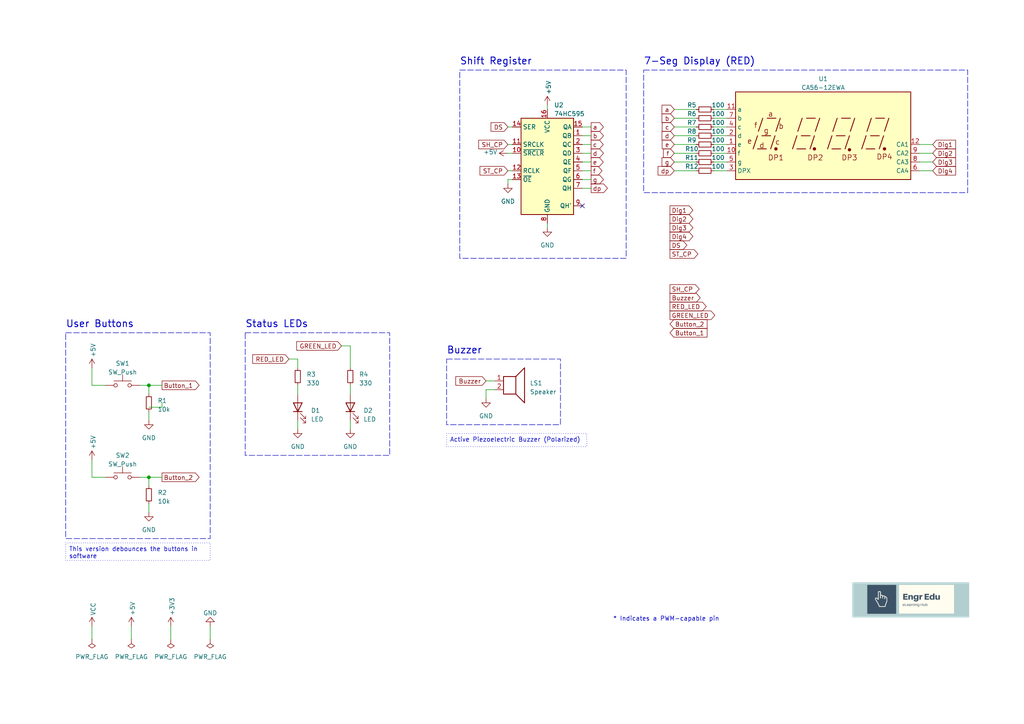
<source format=kicad_sch>
(kicad_sch (version 20230121) (generator eeschema)
  (paper "A4")
  (title_block (title "Arduino Uno Shield") (date "2023-03-22") (rev "1.0"))
  (lib_symbols
    (symbol "74xx:74HC595"
      (property "Reference" "U" (at -7.62 13.97 0))
      (property "Value" "74HC595" (at -7.62 -16.51 0))
      (symbol "74HC595_1_0"
        (pin tri_state line (at 10.16 7.62 180) (length 2.54) (name "QB") (number "1"))
        (pin input line (at -10.16 2.54 0) (length 2.54) (name "~{SRCLR}") (number "10"))
        (pin input line (at -10.16 5.08 0) (length 2.54) (name "SRCLK") (number "11"))
        (pin input line (at -10.16 -2.54 0) (length 2.54) (name "RCLK") (number "12"))
        (pin input line (at -10.16 -5.08 0) (length 2.54) (name "~{OE}") (number "13"))
        (pin input line (at -10.16 10.16 0) (length 2.54) (name "SER") (number "14"))
        (pin tri_state line (at 10.16 10.16 180) (length 2.54) (name "QA") (number "15"))
        (pin power_in line (at 0 15.24 270) (length 2.54) (name "VCC") (number "16"))
        (pin tri_state line (at 10.16 5.08 180) (length 2.54) (name "QC") (number "2"))
        (pin tri_state line (at 10.16 2.54 180) (length 2.54) (name "QD") (number "3"))
        (pin tri_state line (at 10.16 0 180) (length 2.54) (name "QE") (number "4"))
        (pin tri_state line (at 10.16 -2.54 180) (length 2.54) (name "QF") (number "5"))
        (pin tri_state line (at 10.16 -5.08 180) (length 2.54) (name "QG") (number "6"))
        (pin tri_state line (at 10.16 -7.62 180) (length 2.54) (name "QH") (number "7"))
        (pin power_in line (at 0 -17.78 90) (length 2.54) (name "GND") (number "8"))
        (pin output line (at 10.16 -12.7 180) (length 2.54) (name "QH'") (number "9"))
      )
      (symbol "74HC595_1_1"
        (rectangle (start -7.62 12.7) (end 7.62 -15.24) (stroke (width 0.254)) (fill (type background)))
      )
    )
    (symbol "Device:LED" (pin_numbers hide) (pin_names (offset 1.016) hide)
      (property "Reference" "D" (at 0 2.54 0))
      (property "Value" "LED" (at 0 -2.54 0))
      (symbol "LED_0_1"
        (polyline (pts (xy -1.27 -1.27) (xy -1.27 1.27)) (stroke (width 0.254)))
        (polyline (pts (xy -1.27 0) (xy 1.27 0)))
        (polyline (pts (xy 1.27 -1.27) (xy 1.27 1.27) (xy -1.27 0) (xy 1.27 -1.27)) (stroke (width 0.254)))
        (polyline (pts (xy -3.048 -0.762) (xy -4.572 -2.286) (xy -3.81 -2.286) (xy -4.572 -2.286) (xy -4.572 -1.524)))
        (polyline (pts (xy -1.778 -0.762) (xy -3.302 -2.286) (xy -2.54 -2.286) (xy -3.302 -2.286) (xy -3.302 -1.524)))
      )
      (symbol "LED_1_1"
        (pin passive line (at -3.81 0 0) (length 2.54) (name "K") (number "1"))
        (pin passive line (at 3.81 0 180) (length 2.54) (name "A") (number "2"))
      )
    )
    (symbol "Device:R_Small" (pin_numbers hide) (pin_names (offset 0.254) hide)
      (property "Reference" "R" (at 0.762 0.508 0))
      (property "Value" "R_Small" (at 0.762 -1.016 0))
      (symbol "R_Small_0_1"
        (rectangle (start -0.762 1.778) (end 0.762 -1.778) (stroke (width 0.2032)))
      )
      (symbol "R_Small_1_1"
        (pin passive line (at 0 2.54 270) (length 0.762) (name "~") (number "1"))
        (pin passive line (at 0 -2.54 90) (length 0.762) (name "~") (number "2"))
      )
    )
    (symbol "Device:Speaker" (pin_names (offset 0) hide)
      (property "Reference" "LS" (at 1.27 5.715 0))
      (property "Value" "Speaker" (at 1.27 3.81 0))
      (symbol "Speaker_0_0"
        (rectangle (start -2.54 1.27) (end 1.016 -3.81) (stroke (width 0.254)))
        (polyline (pts (xy 1.016 1.27) (xy 3.556 3.81) (xy 3.556 -6.35) (xy 1.016 -3.81)) (stroke (width 0.254)))
      )
      (symbol "Speaker_1_1"
        (pin input line (at -5.08 0 0) (length 2.54) (name "1") (number "1"))
        (pin input line (at -5.08 -2.54 0) (length 2.54) (name "2") (number "2"))
      )
    )
    (symbol "Display_Character:CA56-12EWA"
      (property "Reference" "U" (at -24.13 13.97 0))
      (property "Value" "CA56-12EWA" (at 19.05 13.97 0))
      (symbol "CA56-12EWA_0_0"
        (rectangle (start -25.4 12.7) (end 25.4 -12.7) (stroke (width 0.254)) (fill (type background)))
        (polyline (pts (xy -20.32 -3.81) (xy -19.05 0)) (stroke (width 0.254)))
        (polyline (pts (xy -19.05 -3.81) (xy -16.51 -3.81)) (stroke (width 0.254)))
        (polyline (pts (xy -18.796 1.27) (xy -17.526 5.08)) (stroke (width 0.254)))
        (polyline (pts (xy -17.78 0) (xy -15.24 0)) (stroke (width 0.254)))
        (polyline (pts (xy -16.256 5.08) (xy -13.716 5.08)) (stroke (width 0.254)))
        (polyline (pts (xy -15.24 -3.81) (xy -13.97 0)) (stroke (width 0.254)))
        (polyline (pts (xy -13.716 1.27) (xy -12.446 5.08)) (stroke (width 0.254)))
        (polyline (pts (xy -8.89 -3.81) (xy -7.62 0)) (stroke (width 0.254)))
        (polyline (pts (xy -7.62 -3.81) (xy -5.08 -3.81)) (stroke (width 0.254)))
        (polyline (pts (xy -7.366 1.27) (xy -6.096 5.08)) (stroke (width 0.254)))
        (polyline (pts (xy -6.35 0) (xy -3.81 0)) (stroke (width 0.254)))
        (polyline (pts (xy -4.826 5.08) (xy -2.286 5.08)) (stroke (width 0.254)))
        (polyline (pts (xy -3.81 -3.81) (xy -2.54 0)) (stroke (width 0.254)))
        (polyline (pts (xy -2.286 1.27) (xy -1.016 5.08)) (stroke (width 0.254)))
        (polyline (pts (xy 1.27 -3.81) (xy 2.54 0)) (stroke (width 0.254)))
        (polyline (pts (xy 2.54 -3.81) (xy 5.08 -3.81)) (stroke (width 0.254)))
        (polyline (pts (xy 2.794 1.27) (xy 4.064 5.08)) (stroke (width 0.254)))
        (polyline (pts (xy 3.81 0) (xy 6.35 0)) (stroke (width 0.254)))
        (polyline (pts (xy 5.334 5.08) (xy 7.874 5.08)) (stroke (width 0.254)))
        (polyline (pts (xy 6.35 -3.81) (xy 7.62 0)) (stroke (width 0.254)))
        (polyline (pts (xy 7.874 1.27) (xy 9.144 5.08)) (stroke (width 0.254)))
        (polyline (pts (xy 11.176 -3.81) (xy 12.446 0)) (stroke (width 0.254)))
        (polyline (pts (xy 12.446 -3.81) (xy 14.986 -3.81)) (stroke (width 0.254)))
        (polyline (pts (xy 12.7 1.27) (xy 13.97 5.08)) (stroke (width 0.254)))
        (polyline (pts (xy 13.716 0) (xy 16.256 0)) (stroke (width 0.254)))
        (polyline (pts (xy 15.24 5.08) (xy 17.78 5.08)) (stroke (width 0.254)))
        (polyline (pts (xy 16.256 -3.81) (xy 17.526 0)) (stroke (width 0.254)))
        (polyline (pts (xy 17.78 1.27) (xy 19.05 5.08)) (stroke (width 0.254)))
        (text "a" (at -15.24 6.35 0) (effects (font (size 1.524 1.524))))
        (text "b" (at -12.192 2.794 0) (effects (font (size 1.524 1.524))))
        (text "c" (at -13.208 -1.778 0) (effects (font (size 1.524 1.524))))
        (text "d" (at -17.78 -2.794 0) (effects (font (size 1.524 1.524))))
        (text "DP1" (at -13.716 -6.35 0) (effects (font (size 1.524 1.524))))
        (text "DP2" (at -2.286 -6.35 0) (effects (font (size 1.524 1.524))))
        (text "DP3" (at 7.62 -6.35 0) (effects (font (size 1.524 1.524))))
        (text "DP4" (at 17.78 -6.096 0) (effects (font (size 1.524 1.524))))
        (text "e" (at -21.336 -1.524 0) (effects (font (size 1.524 1.524))))
        (text "f" (at -19.558 3.048 0) (effects (font (size 1.524 1.524))))
        (text "g" (at -16.51 1.524 0) (effects (font (size 1.524 1.524))))
      )
      (symbol "CA56-12EWA_0_1"
        (circle (center -13.716 -3.81) (radius 0.3556) (stroke (width 0.254)) (fill (type outline)))
        (circle (center -2.54 -3.81) (radius 0.3556) (stroke (width 0.254)) (fill (type outline)))
      )
      (symbol "CA56-12EWA_1_0"
        (circle (center 7.62 -4.064) (radius 0.3556) (stroke (width 0.254)) (fill (type outline)))
        (circle (center 17.78 -3.81) (radius 0.3556) (stroke (width 0.254)) (fill (type outline)))
      )
      (symbol "CA56-12EWA_1_1"
        (pin input line (at -27.94 -2.54 0) (length 2.54) (name "e") (number "1"))
        (pin input line (at -27.94 -5.08 0) (length 2.54) (name "f") (number "10"))
        (pin input line (at -27.94 7.62 0) (length 2.54) (name "a") (number "11"))
        (pin input line (at 27.94 -2.54 180) (length 2.54) (name "CA1") (number "12"))
        (pin input line (at -27.94 0 0) (length 2.54) (name "d") (number "2"))
        (pin input line (at -27.94 -10.16 0) (length 2.54) (name "DPX") (number "3"))
        (pin input line (at -27.94 2.54 0) (length 2.54) (name "c") (number "4"))
        (pin input line (at -27.94 -7.62 0) (length 2.54) (name "g") (number "5"))
        (pin input line (at 27.94 -10.16 180) (length 2.54) (name "CA4") (number "6"))
        (pin input line (at -27.94 5.08 0) (length 2.54) (name "b") (number "7"))
        (pin input line (at 27.94 -7.62 180) (length 2.54) (name "CA3") (number "8"))
        (pin input line (at 27.94 -5.08 180) (length 2.54) (name "CA2") (number "9"))
      )
    )
    (symbol "GND_1" (power) (pin_names (offset 0))
      (property "Value" "GND_1" (at 0 -3.81 0))
      (symbol "GND_1_0_1"
        (polyline (pts (xy 0 0) (xy 0 -1.27) (xy 1.27 -1.27) (xy 0 -2.54) (xy -1.27 -1.27) (xy 0 -1.27)))
      )
      (symbol "GND_1_1_1"
        (pin power_in line (at 0 0 270) (length 0) hide (name "GND") (number "1"))
      )
    )
    (symbol "GND_2" (power) (pin_names (offset 0))
      (property "Value" "GND_2" (at 0 -3.81 0))
      (symbol "GND_2_0_1"
        (polyline (pts (xy 0 0) (xy 0 -1.27) (xy 1.27 -1.27) (xy 0 -2.54) (xy -1.27 -1.27) (xy 0 -1.27)))
      )
      (symbol "GND_2_1_1"
        (pin power_in line (at 0 0 270) (length 0) hide (name "GND") (number "1"))
      )
    )
    (symbol "GND_3" (power) (pin_names (offset 0))
      (property "Value" "GND_3" (at 0 -3.81 0))
      (symbol "GND_3_0_1"
        (polyline (pts (xy 0 0) (xy 0 -1.27) (xy 1.27 -1.27) (xy 0 -2.54) (xy -1.27 -1.27) (xy 0 -1.27)))
      )
      (symbol "GND_3_1_1"
        (pin power_in line (at 0 0 270) (length 0) hide (name "GND") (number "1"))
      )
    )
    (symbol "Switch:SW_Push" (pin_numbers hide) (pin_names (offset 1.016) hide)
      (property "Reference" "SW" (at 1.27 2.54 0))
      (property "Value" "SW_Push" (at 0 -1.524 0))
      (symbol "SW_Push_0_1"
        (circle (center -2.032 0) (radius 0.508))
        (polyline (pts (xy 0 1.27) (xy 0 3.048)))
        (polyline (pts (xy 2.54 1.27) (xy -2.54 1.27)))
        (circle (center 2.032 0) (radius 0.508))
        (pin passive line (at -5.08 0 0) (length 2.54) (name "1") (number "1"))
        (pin passive line (at 5.08 0 180) (length 2.54) (name "2") (number "2"))
      )
    )
    (symbol "power:+3V3" (power) (pin_names (offset 0))
      (property "Value" "+3V3" (at 0 3.556 0))
      (symbol "+3V3_0_1"
        (polyline (pts (xy -0.762 1.27) (xy 0 2.54)))
        (polyline (pts (xy 0 0) (xy 0 2.54)))
        (polyline (pts (xy 0 2.54) (xy 0.762 1.27)))
      )
      (symbol "+3V3_1_1"
        (pin power_in line (at 0 0 90) (length 0) hide (name "+3V3") (number "1"))
      )
    )
    (symbol "power:+5V" (power) (pin_names (offset 0))
      (property "Value" "+5V" (at 0 3.556 0))
      (symbol "+5V_0_1"
        (polyline (pts (xy -0.762 1.27) (xy 0 2.54)))
        (polyline (pts (xy 0 0) (xy 0 2.54)))
        (polyline (pts (xy 0 2.54) (xy 0.762 1.27)))
      )
      (symbol "+5V_1_1"
        (pin power_in line (at 0 0 90) (length 0) hide (name "+5V") (number "1"))
      )
    )
    (symbol "power:PWR_FLAG" (power) (pin_numbers hide) (pin_names (offset 0) hide)
      (property "Value" "PWR_FLAG" (at 0 3.81 0))
      (symbol "PWR_FLAG_0_0"
        (pin power_out line (at 0 0 90) (length 0) (name "pwr") (number "1"))
      )
      (symbol "PWR_FLAG_0_1"
        (polyline (pts (xy 0 0) (xy 0 1.27) (xy -1.016 1.905) (xy 0 2.54) (xy 1.016 1.905) (xy 0 1.27)))
      )
    )
    (symbol "power:VCC" (power) (pin_names (offset 0))
      (property "Value" "VCC" (at 0 3.81 0))
      (symbol "VCC_0_1"
        (polyline (pts (xy -0.762 1.27) (xy 0 2.54)))
        (polyline (pts (xy 0 0) (xy 0 2.54)))
        (polyline (pts (xy 0 2.54) (xy 0.762 1.27)))
      )
      (symbol "VCC_1_1"
        (pin power_in line (at 0 0 90) (length 0) hide (name "VCC") (number "1"))
      )
    )
  )
  (junction (at 43.18 138.43))
  (junction (at 43.18 111.76))
  (no_connect (at 168.91 59.69))
  (wire (pts (xy 26.67 181.61) (xy 26.67 185.42)))
  (wire (pts (xy 158.75 64.77) (xy 158.75 66.04)))
  (wire (pts (xy 43.18 138.43) (xy 43.18 140.97)))
  (wire (pts (xy 207.01 36.83) (xy 210.82 36.83)))
  (wire (pts (xy 60.96 181.61) (xy 60.96 185.42)))
  (wire (pts (xy 140.97 113.03) (xy 140.97 115.57)))
  (wire (pts (xy 168.91 36.83) (xy 171.45 36.83)))
  (wire (pts (xy 43.18 138.43) (xy 46.99 138.43)))
  (wire (pts (xy 30.48 111.76) (xy 26.67 111.76)))
  (wire (pts (xy 43.18 111.76) (xy 43.18 114.3)))
  (wire (pts (xy 86.36 111.76) (xy 86.36 114.3)))
  (wire (pts (xy 147.32 41.91) (xy 148.59 41.91)))
  (wire (pts (xy 38.1 181.61) (xy 38.1 185.42)))
  (wire (pts (xy 46.99 116.84) (xy 46.99 118.11)))
  (wire (pts (xy 195.58 36.83) (xy 201.93 36.83)))
  (wire (pts (xy 140.97 110.49) (xy 143.51 110.49)))
  (wire (pts (xy 266.7 44.45) (xy 270.51 44.45)))
  (wire (pts (xy 101.6 100.33) (xy 101.6 106.68)))
  (wire (pts (xy 49.53 181.61) (xy 49.53 185.42)))
  (wire (pts (xy 195.58 34.29) (xy 201.93 34.29)))
  (wire (pts (xy 148.59 52.07) (xy 147.32 52.07)))
  (wire (pts (xy 101.6 111.76) (xy 101.6 114.3)))
  (wire (pts (xy 195.58 41.91) (xy 201.93 41.91)))
  (wire (pts (xy 158.75 30.48) (xy 158.75 31.75)))
  (wire (pts (xy 99.06 100.33) (xy 101.6 100.33)))
  (wire (pts (xy 195.58 44.45) (xy 201.93 44.45)))
  (wire (pts (xy 147.32 36.83) (xy 148.59 36.83)))
  (wire (pts (xy 207.01 31.75) (xy 210.82 31.75)))
  (wire (pts (xy 43.18 111.76) (xy 46.99 111.76)))
  (wire (pts (xy 101.6 121.92) (xy 101.6 124.46)))
  (wire (pts (xy 168.91 49.53) (xy 171.45 49.53)))
  (wire (pts (xy 266.7 46.99) (xy 270.51 46.99)))
  (wire (pts (xy 147.32 44.45) (xy 148.59 44.45)))
  (wire (pts (xy 207.01 39.37) (xy 210.82 39.37)))
  (wire (pts (xy 40.64 111.76) (xy 43.18 111.76)))
  (wire (pts (xy 195.58 49.53) (xy 201.93 49.53)))
  (wire (pts (xy 143.51 113.03) (xy 140.97 113.03)))
  (wire (pts (xy 147.32 52.07) (xy 147.32 53.34)))
  (wire (pts (xy 207.01 46.99) (xy 210.82 46.99)))
  (wire (pts (xy 168.91 41.91) (xy 171.45 41.91)))
  (wire (pts (xy 207.01 34.29) (xy 210.82 34.29)))
  (wire (pts (xy 195.58 39.37) (xy 201.93 39.37)))
  (wire (pts (xy 207.01 44.45) (xy 210.82 44.45)))
  (wire (pts (xy 43.18 119.38) (xy 43.18 121.92)))
  (wire (pts (xy 168.91 44.45) (xy 171.45 44.45)))
  (wire (pts (xy 266.7 49.53) (xy 270.51 49.53)))
  (wire (pts (xy 168.91 46.99) (xy 171.45 46.99)))
  (wire (pts (xy 26.67 111.76) (xy 26.67 106.68)))
  (wire (pts (xy 168.91 39.37) (xy 171.45 39.37)))
  (wire (pts (xy 43.18 146.05) (xy 43.18 148.59)))
  (wire (pts (xy 195.58 31.75) (xy 201.93 31.75)))
  (wire (pts (xy 195.58 46.99) (xy 201.93 46.99)))
  (wire (pts (xy 86.36 104.14) (xy 86.36 106.68)))
  (wire (pts (xy 86.36 121.92) (xy 86.36 124.46)))
  (wire (pts (xy 26.67 138.43) (xy 26.67 133.35)))
  (wire (pts (xy 207.01 41.91) (xy 210.82 41.91)))
  (wire (pts (xy 168.91 54.61) (xy 171.45 54.61)))
  (wire (pts (xy 266.7 41.91) (xy 270.51 41.91)))
  (wire (pts (xy 30.48 138.43) (xy 26.67 138.43)))
  (wire (pts (xy 43.18 118.11) (xy 46.99 118.11)))
  (wire (pts (xy 147.32 49.53) (xy 148.59 49.53)))
  (wire (pts (xy 40.64 138.43) (xy 43.18 138.43)))
  (wire (pts (xy 83.82 104.14) (xy 86.36 104.14)))
  (wire (pts (xy 168.91 52.07) (xy 171.45 52.07)))
  (wire (pts (xy 207.01 49.53) (xy 210.82 49.53)))
  (rectangle (start 71.12 96.52) (end 113.03 132.08) (stroke (width 0) (type dash)))
  (rectangle (start 129.54 104.14) (end 162.56 123.19) (stroke (width 0) (type dash)))
  (rectangle (start 19.05 96.52) (end 60.96 156.21) (stroke (width 0) (type dash)))
  (rectangle (start 133.35 20.32) (end 181.61 74.93) (stroke (width 0) (type dash)))
  (rectangle (start 186.69 20.32) (end 280.67 55.88) (stroke (width 0) (type dash)))
  (image (at 264.16 173.99) (scale 0.800628))
  (text_box "Active Piezoelectric Buzzer (Polarized)" (at 129.54 125.73 0) (size 40.64 3.81) (stroke (width 0) (type dot)) (effects (font (size 1.27 1.27)) (justify left top)))
  (text_box "This version debounces the buttons in software" (at 19.05 157.48 0) (size 41.91 5.08) (stroke (width 0) (type dot)) (effects (font (size 1.27 1.27)) (justify left top)))
  (text "Shift Register" (at 133.35 19.05 0) (effects (font (size 2 2) (thickness 0.254) bold) (justify left bottom)))
  (text "Status LEDs" (at 71.12 95.25 0) (effects (font (size 2 2) (thickness 0.254) bold) (justify left bottom)))
  (text "User Buttons" (at 19.05 95.25 0) (effects (font (size 2 2) (thickness 0.254) bold) (justify left bottom)))
  (text "Buzzer" (at 129.54 102.87 0) (effects (font (size 2 2) (thickness 0.254) bold) (justify left bottom)))
  (text "* Indicates a PWM-capable pin" (at 177.8 180.34 0) (effects (font (size 1.27 1.27)) (justify left bottom)))
  (text "7-Seg Display (RED)" (at 186.69 19.05 0) (effects (font (size 2 2) (thickness 0.254) bold) (justify left bottom)))
  (global_label "e" (shape output) (at 171.45 46.99 0) (property "Intersheetrefs" "${INTERSHEET_REFS}" (effects hide)))
  (global_label "Button_1" (shape output) (at 46.99 111.76 0) (property "Intersheetrefs" "${INTERSHEET_REFS}" (effects hide)))
  (global_label "Button_1" (shape input) (at 194.31 96.52 0) (property "Intersheetrefs" "${INTERSHEET_REFS}" (effects hide)))
  (global_label "g" (shape output) (at 171.45 52.07 0) (property "Intersheetrefs" "${INTERSHEET_REFS}" (effects hide)))
  (global_label "dp" (shape output) (at 171.45 54.61 0) (property "Intersheetrefs" "${INTERSHEET_REFS}" (effects hide)))
  (global_label "ST_CP" (shape output) (at 194.31 73.66 0) (property "Intersheetrefs" "${INTERSHEET_REFS}" (effects hide)))
  (global_label "b" (shape input) (at 195.58 34.29 180) (property "Intersheetrefs" "${INTERSHEET_REFS}" (effects hide)))
  (global_label "f" (shape output) (at 171.45 49.53 0) (property "Intersheetrefs" "${INTERSHEET_REFS}" (effects hide)))
  (global_label "ST_CP" (shape input) (at 147.32 49.53 180) (property "Intersheetrefs" "${INTERSHEET_REFS}" (effects hide)))
  (global_label "d" (shape input) (at 195.58 39.37 180) (property "Intersheetrefs" "${INTERSHEET_REFS}" (effects hide)))
  (global_label "a" (shape input) (at 195.58 31.75 180) (property "Intersheetrefs" "${INTERSHEET_REFS}" (effects hide)))
  (global_label "c" (shape output) (at 171.45 41.91 0) (property "Intersheetrefs" "${INTERSHEET_REFS}" (effects hide)))
  (global_label "Dig1" (shape output) (at 194.31 60.96 0) (property "Intersheetrefs" "${INTERSHEET_REFS}" (effects hide)))
  (global_label "Buzzer" (shape output) (at 194.31 86.36 0) (property "Intersheetrefs" "${INTERSHEET_REFS}" (effects hide)))
  (global_label "g" (shape input) (at 195.58 46.99 180) (property "Intersheetrefs" "${INTERSHEET_REFS}" (effects hide)))
  (global_label "Button_2" (shape input) (at 194.31 93.98 0) (property "Intersheetrefs" "${INTERSHEET_REFS}" (effects hide)))
  (global_label "Dig1" (shape input) (at 270.51 41.91 0) (property "Intersheetrefs" "${INTERSHEET_REFS}" (effects hide)))
  (global_label "Dig4" (shape output) (at 194.31 68.58 0) (property "Intersheetrefs" "${INTERSHEET_REFS}" (effects hide)))
  (global_label "GREEN_LED" (shape input) (at 99.06 100.33 180) (property "Intersheetrefs" "${INTERSHEET_REFS}" (effects hide)))
  (global_label "a" (shape output) (at 171.45 36.83 0) (property "Intersheetrefs" "${INTERSHEET_REFS}" (effects hide)))
  (global_label "SH_CP" (shape output) (at 194.31 83.82 0) (property "Intersheetrefs" "${INTERSHEET_REFS}" (effects hide)))
  (global_label "Dig2" (shape input) (at 270.51 44.45 0) (property "Intersheetrefs" "${INTERSHEET_REFS}" (effects hide)))
  (global_label "Dig3" (shape output) (at 194.31 66.04 0) (property "Intersheetrefs" "${INTERSHEET_REFS}" (effects hide)))
  (global_label "DS" (shape input) (at 147.32 36.83 180) (property "Intersheetrefs" "${INTERSHEET_REFS}" (effects hide)))
  (global_label "SH_CP" (shape input) (at 147.32 41.91 180) (property "Intersheetrefs" "${INTERSHEET_REFS}" (effects hide)))
  (global_label "Button_2" (shape output) (at 46.99 138.43 0) (property "Intersheetrefs" "${INTERSHEET_REFS}" (effects hide)))
  (global_label "Dig4" (shape input) (at 270.51 49.53 0) (property "Intersheetrefs" "${INTERSHEET_REFS}" (effects hide)))
  (global_label "c" (shape input) (at 195.58 36.83 180) (property "Intersheetrefs" "${INTERSHEET_REFS}" (effects hide)))
  (global_label "Dig2" (shape output) (at 194.31 63.5 0) (property "Intersheetrefs" "${INTERSHEET_REFS}" (effects hide)))
  (global_label "dp" (shape input) (at 195.58 49.53 180) (property "Intersheetrefs" "${INTERSHEET_REFS}" (effects hide)))
  (global_label "Dig3" (shape input) (at 270.51 46.99 0) (property "Intersheetrefs" "${INTERSHEET_REFS}" (effects hide)))
  (global_label "Buzzer" (shape input) (at 140.97 110.49 180) (property "Intersheetrefs" "${INTERSHEET_REFS}" (effects hide)))
  (global_label "RED_LED" (shape output) (at 194.31 88.9 0) (property "Intersheetrefs" "${INTERSHEET_REFS}" (effects hide)))
  (global_label "d" (shape output) (at 171.45 44.45 0) (property "Intersheetrefs" "${INTERSHEET_REFS}" (effects hide)))
  (global_label "e" (shape input) (at 195.58 41.91 180) (property "Intersheetrefs" "${INTERSHEET_REFS}" (effects hide)))
  (global_label "DS" (shape output) (at 194.31 71.12 0) (property "Intersheetrefs" "${INTERSHEET_REFS}" (effects hide)))
  (global_label "GREEN_LED" (shape output) (at 194.31 91.44 0) (property "Intersheetrefs" "${INTERSHEET_REFS}" (effects hide)))
  (global_label "f" (shape input) (at 195.58 44.45 180) (property "Intersheetrefs" "${INTERSHEET_REFS}" (effects hide)))
  (global_label "b" (shape output) (at 171.45 39.37 0) (property "Intersheetrefs" "${INTERSHEET_REFS}" (effects hide)))
  (global_label "RED_LED" (shape input) (at 83.82 104.14 180) (property "Intersheetrefs" "${INTERSHEET_REFS}" (effects hide)))
  (symbol (lib_id "power:+5V") (at 26.67 133.35 0) (unit 1)
    (property "Reference" "#PWR014" (effects hide))
    (property "Value" "+5V" (at 27.0256 130.302 90) (effects (justify left)))
  )
  (symbol (lib_id "74xx:74HC595") (at 158.75 46.99 0) (unit 1)
    (property "Reference" "U2" (at 160.7059 30.48 0) (effects (justify left)))
    (property "Value" "74HC595" (at 160.7059 33.02 0) (effects (justify left)))
    (property "Footprint" "Package_DIP:DIP-16_W7.62mm_Socket_LongPads" (effects hide))
    (property "Datasheet" "http://www.ti.com/lit/ds/symlink/sn74hc595.pdf" (effects hide))
  )
  (symbol (lib_id "power:PWR_FLAG") (at 26.67 185.42 180) (unit 1)
    (property "Reference" "#FLG01" (effects hide))
    (property "Value" "PWR_FLAG" (at 26.67 190.5 0))
  )
  (symbol (lib_id "Device:LED") (at 86.36 118.11 90) (unit 1)
    (property "Reference" "D1" (at 90.17 119.0625 90) (effects (justify right)))
    (property "Value" "LED" (at 90.17 121.6025 90) (effects (justify right)))
    (property "Footprint" "LED_THT:LED_D5.0mm" (effects hide))
  )
  (symbol (lib_id "power:PWR_FLAG") (at 38.1 185.42 180) (unit 1)
    (property "Reference" "#FLG02" (effects hide))
    (property "Value" "PWR_FLAG" (at 38.1 190.5 0))
  )
  (symbol (lib_id "Device:R_Small") (at 204.47 39.37 90) (unit 1)
    (property "Reference" "R8" (at 200.66 38.1 90))
    (property "Value" "100" (at 208.28 38.1 90))
    (property "Footprint" "Resistor_THT:R_Axial_DIN0207_L6.3mm_D2.5mm_P10.16mm_Horizontal" (effects hide))
  )
  (symbol (lib_id "power:+5V") (at 158.75 30.48 0) (unit 1)
    (property "Reference" "#PWR07" (effects hide))
    (property "Value" "+5V" (at 159.1056 27.432 90) (effects (justify left)))
  )
  (symbol (lib_id "Device:R_Small") (at 43.18 116.84 0) (unit 1)
    (property "Reference" "R1" (at 45.72 116.205 0) (effects (justify left)))
    (property "Value" "10k" (at 45.72 118.745 0) (effects (justify left)))
    (property "Footprint" "Resistor_THT:R_Axial_DIN0207_L6.3mm_D2.5mm_P10.16mm_Horizontal" (effects hide))
  )
  (symbol (lib_id "Device:R_Small") (at 43.18 143.51 0) (unit 1)
    (property "Reference" "R2" (at 45.72 142.875 0) (effects (justify left)))
    (property "Value" "10k" (at 45.72 145.415 0) (effects (justify left)))
    (property "Footprint" "Resistor_THT:R_Axial_DIN0207_L6.3mm_D2.5mm_P10.16mm_Horizontal" (effects hide))
  )
  (symbol (lib_id "power:+5V") (at 38.1 181.61 0) (unit 1)
    (property "Reference" "#PWR018" (effects hide))
    (property "Value" "+5V" (at 38.4556 178.562 90) (effects (justify left)))
  )
  (symbol (lib_id "Device:R_Small") (at 204.47 36.83 90) (unit 1)
    (property "Reference" "R7" (at 200.66 35.56 90))
    (property "Value" "100" (at 208.28 35.56 90))
    (property "Footprint" "Resistor_THT:R_Axial_DIN0207_L6.3mm_D2.5mm_P10.16mm_Horizontal" (effects hide))
  )
  (symbol (lib_id "Device:LED") (at 101.6 118.11 90) (unit 1)
    (property "Reference" "D2" (at 105.41 119.0625 90) (effects (justify right)))
    (property "Value" "LED" (at 105.41 121.6025 90) (effects (justify right)))
    (property "Footprint" "LED_THT:LED_D5.0mm" (effects hide))
  )
  (symbol (lib_id "power:VCC") (at 26.67 181.61 0) (unit 1)
    (property "Reference" "#PWR017" (effects hide))
    (property "Value" "VCC" (at 27.051 178.562 90) (effects (justify left)))
  )
  (symbol (lib_id "power:PWR_FLAG") (at 49.53 185.42 180) (unit 1)
    (property "Reference" "#FLG03" (effects hide))
    (property "Value" "PWR_FLAG" (at 49.53 190.5 0))
  )
  (symbol (lib_id "Device:R_Small") (at 204.47 44.45 90) (unit 1)
    (property "Reference" "R10" (at 200.66 43.18 90))
    (property "Value" "100" (at 208.28 43.18 90))
    (property "Footprint" "Resistor_THT:R_Axial_DIN0207_L6.3mm_D2.5mm_P10.16mm_Horizontal" (effects hide))
  )
  (symbol (lib_id "power:PWR_FLAG") (at 60.96 185.42 180) (unit 1)
    (property "Reference" "#FLG04" (effects hide))
    (property "Value" "PWR_FLAG" (at 60.96 190.5 0))
  )
  (symbol (lib_id "Device:R_Small") (at 86.36 109.22 0) (unit 1)
    (property "Reference" "R3" (at 88.9 108.585 0) (effects (justify left)))
    (property "Value" "330" (at 88.9 111.125 0) (effects (justify left)))
    (property "Footprint" "Resistor_THT:R_Axial_DIN0207_L6.3mm_D2.5mm_P10.16mm_Horizontal" (effects hide))
  )
  (symbol (lib_name "GND_1") (lib_id "power:GND") (at 43.18 148.59 0) (unit 1)
    (property "Reference" "#PWR015" (effects hide))
    (property "Value" "GND" (at 43.18 153.67 0))
  )
  (symbol (lib_name "GND_1") (lib_id "power:GND") (at 60.96 181.61 180) (unit 1)
    (property "Reference" "#PWR011" (effects hide))
    (property "Value" "GND" (at 60.96 177.8 0))
  )
  (symbol (lib_id "Switch:SW_Push") (at 35.56 111.76 0) (unit 1)
    (property "Reference" "SW1" (at 35.56 105.41 0))
    (property "Value" "SW_Push" (at 35.56 107.95 0))
    (property "Footprint" "Button_Switch_THT:SW_PUSH-12mm" (effects hide))
  )
  (symbol (lib_id "Device:R_Small") (at 204.47 31.75 90) (unit 1)
    (property "Reference" "R5" (at 200.66 30.48 90))
    (property "Value" "100" (at 208.28 30.48 90))
    (property "Footprint" "Resistor_THT:R_Axial_DIN0207_L6.3mm_D2.5mm_P10.16mm_Horizontal" (effects hide))
  )
  (symbol (lib_id "power:+5V") (at 147.32 44.45 90) (unit 1)
    (property "Reference" "#PWR09" (effects hide))
    (property "Value" "+5V" (at 144.272 44.0944 90) (effects (justify left)))
  )
  (symbol (lib_name "GND_1") (lib_id "power:GND") (at 147.32 53.34 0) (unit 1)
    (property "Reference" "#PWR08" (effects hide))
    (property "Value" "GND" (at 147.32 58.42 0))
  )
  (symbol (lib_id "Switch:SW_Push") (at 35.56 138.43 0) (unit 1)
    (property "Reference" "SW2" (at 35.56 132.08 0))
    (property "Value" "SW_Push" (at 35.56 134.62 0))
    (property "Footprint" "Button_Switch_THT:SW_PUSH-12mm" (effects hide))
  )
  (symbol (lib_id "Display_Character:CA56-12EWA") (at 238.76 39.37 0) (unit 1)
    (property "Reference" "U1" (at 238.76 22.86 0))
    (property "Value" "CA56-12EWA" (at 238.76 25.4 0))
    (property "Footprint" "Display_7Segment:CA56-12EWA" (effects hide))
    (property "Datasheet" "http://cdn.sparkfun.com/datasheets/Components/LED/1LEDREDCC.pdf" (effects hide))
  )
  (symbol (lib_name "GND_2") (lib_id "power:GND") (at 101.6 124.46 0) (unit 1)
    (property "Reference" "#PWR020" (effects hide))
    (property "Value" "GND" (at 101.6 129.54 0))
  )
  (symbol (lib_id "Device:R_Small") (at 204.47 46.99 90) (unit 1)
    (property "Reference" "R11" (at 200.66 45.72 90))
    (property "Value" "100" (at 208.28 45.72 90))
    (property "Footprint" "Resistor_THT:R_Axial_DIN0207_L6.3mm_D2.5mm_P10.16mm_Horizontal" (effects hide))
  )
  (symbol (lib_id "Device:R_Small") (at 101.6 109.22 0) (unit 1)
    (property "Reference" "R4" (at 104.14 108.585 0) (effects (justify left)))
    (property "Value" "330" (at 104.14 111.125 0) (effects (justify left)))
    (property "Footprint" "Resistor_THT:R_Axial_DIN0207_L6.3mm_D2.5mm_P10.16mm_Horizontal" (effects hide))
  )
  (symbol (lib_id "Device:R_Small") (at 204.47 34.29 90) (unit 1)
    (property "Reference" "R6" (at 200.66 33.02 90))
    (property "Value" "100" (at 208.28 33.02 90))
    (property "Footprint" "Resistor_THT:R_Axial_DIN0207_L6.3mm_D2.5mm_P10.16mm_Horizontal" (effects hide))
  )
  (symbol (lib_name "GND_1") (lib_id "power:GND") (at 140.97 115.57 0) (unit 1)
    (property "Reference" "#PWR016" (effects hide))
    (property "Value" "GND" (at 140.97 120.65 0))
  )
  (symbol (lib_name "GND_3") (lib_id "power:GND") (at 158.75 66.04 0) (unit 1)
    (property "Reference" "#PWR06" (effects hide))
    (property "Value" "GND" (at 158.75 71.12 0))
  )
  (symbol (lib_id "Device:R_Small") (at 204.47 41.91 90) (unit 1)
    (property "Reference" "R9" (at 200.66 40.64 90))
    (property "Value" "100" (at 208.28 40.64 90))
    (property "Footprint" "Resistor_THT:R_Axial_DIN0207_L6.3mm_D2.5mm_P10.16mm_Horizontal" (effects hide))
  )
  (symbol (lib_id "Device:Speaker") (at 148.59 110.49 0) (unit 1)
    (property "Reference" "LS1" (at 153.67 111.125 0) (effects (justify left)))
    (property "Value" "Speaker" (at 153.67 113.665 0) (effects (justify left)))
    (property "Footprint" "Buzzer_Beeper:Buzzer_12x9.5RM7.6" (effects hide))
    (property "Datasheet" "https://www.digikey.com/en/products/detail/cui-devices/CMI-1295IC-0585T/11674150?utm_adgroup=Alarms%2C%20Buzzers%2C%20and%20Sirens&utm_source=google&utm_medium=cpc&utm_campaign=Shopping_Product_Audio%20Products_NEW&utm_term=&utm_content=Alarms%2C%20Buzzers%2C%20and%20Sirens&gclid=CjwKCAjwzuqgBhAcEiwAdj5dRt8nz1IuytFLjx3uwWgVUeIhfTmZ3ysWix6dXCToN1KqcPwJXCrWqhoCtbEQAvD_BwE" (effects hide))
  )
  (symbol (lib_id "power:+5V") (at 26.67 106.68 0) (unit 1)
    (property "Reference" "#PWR013" (effects hide))
    (property "Value" "+5V" (at 27.0256 103.632 90) (effects (justify left)))
  )
  (symbol (lib_name "GND_1") (lib_id "power:GND") (at 86.36 124.46 0) (unit 1)
    (property "Reference" "#PWR010" (effects hide))
    (property "Value" "GND" (at 86.36 129.54 0))
  )
  (symbol (lib_id "power:+3V3") (at 49.53 181.61 0) (unit 1)
    (property "Reference" "#PWR019" (effects hide))
    (property "Value" "+3.3V" (at 49.911 178.562 90) (effects (justify left)))
  )
  (symbol (lib_id "Device:R_Small") (at 204.47 49.53 90) (unit 1)
    (property "Reference" "R12" (at 200.66 48.26 90))
    (property "Value" "100" (at 208.28 48.26 90))
    (property "Footprint" "Resistor_THT:R_Axial_DIN0207_L6.3mm_D2.5mm_P10.16mm_Horizontal" (effects hide))
  )
  (symbol (lib_name "GND_1") (lib_id "power:GND") (at 43.18 121.92 0) (unit 1)
    (property "Reference" "#PWR012" (effects hide))
    (property "Value" "GND" (at 43.18 127 0))
  )
)
</source>
